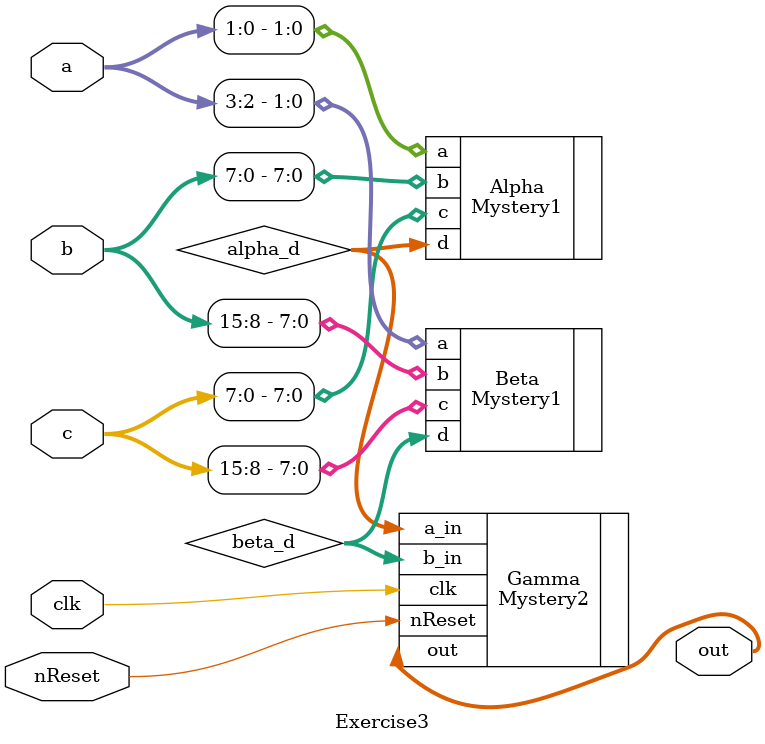
<source format=sv>
module Exercise3 (
    input clk,
    input nReset,
    input [3:0] a,
    input [15:0] b,
    input [15:0] c,
    output [15:0] out
);

logic [7:0] alpha_d;
logic [7:0] beta_d;

Mystery1 Alpha (
  .a (a[1:0]),
  .b (b[7:0]),
  .c (c[7:0]),
  .d (alpha_d)
);

Mystery1 Beta (
  .a (a[3:2]),
  .b (b[15:8]),
  .c (c[15:8]),
  .d (beta_d)
);

Mystery2 Gamma (
  .clk    (clk),
  .nReset (nReset),
  .a_in   (alpha_d),
  .b_in   (beta_d),
  .out    (out)
);

endmodule
</source>
